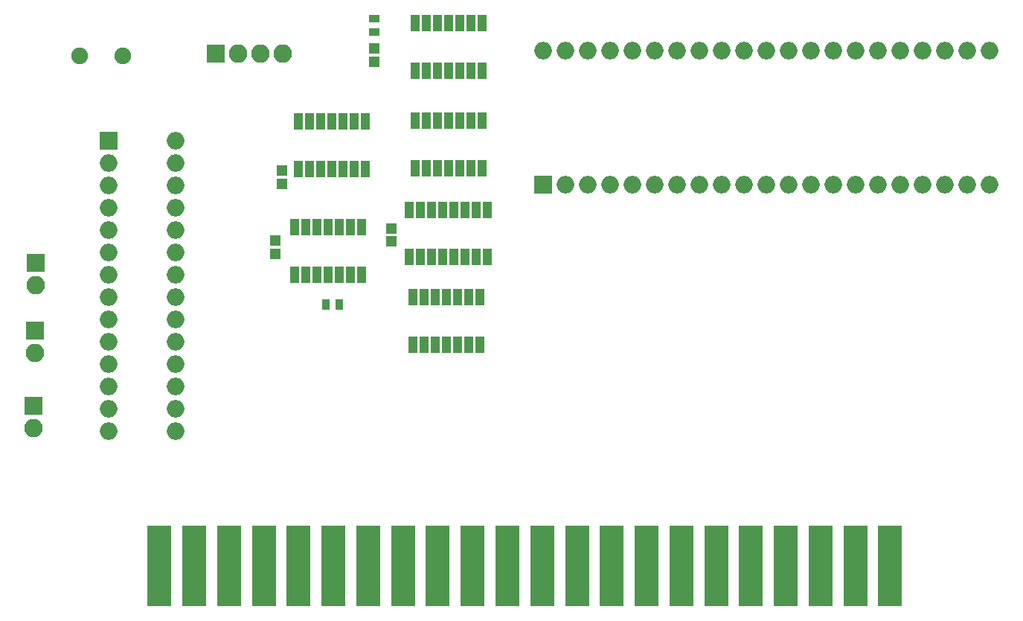
<source format=gbr>
G04 #@! TF.FileFunction,Soldermask,Bot*
%FSLAX46Y46*%
G04 Gerber Fmt 4.6, Leading zero omitted, Abs format (unit mm)*
G04 Created by KiCad (PCBNEW 4.0.7) date 07/14/18 23:08:36*
%MOMM*%
%LPD*%
G01*
G04 APERTURE LIST*
%ADD10C,0.100000*%
%ADD11R,2.000000X2.000000*%
%ADD12O,2.000000X2.000000*%
%ADD13R,1.150000X1.200000*%
%ADD14R,2.100000X2.100000*%
%ADD15O,2.100000X2.100000*%
%ADD16R,0.900000X1.300000*%
%ADD17R,1.300000X0.900000*%
%ADD18R,1.000000X1.900000*%
%ADD19C,1.900000*%
%ADD20R,2.800000X9.200000*%
G04 APERTURE END LIST*
D10*
D11*
X109080300Y-60985400D03*
D12*
X159880300Y-45745400D03*
X111620300Y-60985400D03*
X157340300Y-45745400D03*
X114160300Y-60985400D03*
X154800300Y-45745400D03*
X116700300Y-60985400D03*
X152260300Y-45745400D03*
X119240300Y-60985400D03*
X149720300Y-45745400D03*
X121780300Y-60985400D03*
X147180300Y-45745400D03*
X124320300Y-60985400D03*
X144640300Y-45745400D03*
X126860300Y-60985400D03*
X142100300Y-45745400D03*
X129400300Y-60985400D03*
X139560300Y-45745400D03*
X131940300Y-60985400D03*
X137020300Y-45745400D03*
X134480300Y-60985400D03*
X134480300Y-45745400D03*
X137020300Y-60985400D03*
X131940300Y-45745400D03*
X139560300Y-60985400D03*
X129400300Y-45745400D03*
X142100300Y-60985400D03*
X126860300Y-45745400D03*
X144640300Y-60985400D03*
X124320300Y-45745400D03*
X147180300Y-60985400D03*
X121780300Y-45745400D03*
X149720300Y-60985400D03*
X119240300Y-45745400D03*
X152260300Y-60985400D03*
X116700300Y-45745400D03*
X154800300Y-60985400D03*
X114160300Y-45745400D03*
X157340300Y-60985400D03*
X111620300Y-45745400D03*
X159880300Y-60985400D03*
X109080300Y-45745400D03*
D13*
X79298800Y-60846400D03*
X79298800Y-59346400D03*
X78567280Y-67311840D03*
X78567280Y-68811840D03*
X89789000Y-46978000D03*
X89789000Y-45478000D03*
D14*
X71755000Y-46062900D03*
D15*
X74295000Y-46062900D03*
X76835000Y-46062900D03*
X79375000Y-46062900D03*
D16*
X84327300Y-74599800D03*
X85827300Y-74599800D03*
D17*
X89789000Y-43599800D03*
X89789000Y-42099800D03*
D14*
X51054000Y-86067900D03*
D15*
X51054000Y-88607900D03*
D14*
X51181000Y-77558900D03*
D15*
X51181000Y-80098900D03*
D14*
X51308000Y-69811900D03*
D15*
X51308000Y-72351900D03*
D18*
X94513400Y-42603440D03*
X95783400Y-42603440D03*
X97053400Y-42603440D03*
X98323400Y-42603440D03*
X99593400Y-42603440D03*
X100863400Y-42603440D03*
X102133400Y-42603440D03*
X102133400Y-48003440D03*
X100863400Y-48003440D03*
X99593400Y-48003440D03*
X98323400Y-48003440D03*
X97053400Y-48003440D03*
X95783400Y-48003440D03*
X94513400Y-48003440D03*
X80772000Y-65765700D03*
X82042000Y-65765700D03*
X83312000Y-65765700D03*
X84582000Y-65765700D03*
X85852000Y-65765700D03*
X87122000Y-65765700D03*
X88392000Y-65765700D03*
X88392000Y-71165700D03*
X87122000Y-71165700D03*
X85852000Y-71165700D03*
X84582000Y-71165700D03*
X83312000Y-71165700D03*
X82042000Y-71165700D03*
X80772000Y-71165700D03*
X101879400Y-79171780D03*
X100609400Y-79171780D03*
X99339400Y-79171780D03*
X98069400Y-79171780D03*
X96799400Y-79171780D03*
X95529400Y-79171780D03*
X94259400Y-79171780D03*
X94259400Y-73771780D03*
X95529400Y-73771780D03*
X96799400Y-73771780D03*
X98069400Y-73771780D03*
X99339400Y-73771780D03*
X100609400Y-73771780D03*
X101879400Y-73771780D03*
D19*
X61188600Y-46329600D03*
X56308600Y-46329600D03*
D11*
X59570620Y-55918100D03*
D12*
X67190620Y-88938100D03*
X59570620Y-58458100D03*
X67190620Y-86398100D03*
X59570620Y-60998100D03*
X67190620Y-83858100D03*
X59570620Y-63538100D03*
X67190620Y-81318100D03*
X59570620Y-66078100D03*
X67190620Y-78778100D03*
X59570620Y-68618100D03*
X67190620Y-76238100D03*
X59570620Y-71158100D03*
X67190620Y-73698100D03*
X59570620Y-73698100D03*
X67190620Y-71158100D03*
X59570620Y-76238100D03*
X67190620Y-68618100D03*
X59570620Y-78778100D03*
X67190620Y-66078100D03*
X59570620Y-81318100D03*
X67190620Y-63538100D03*
X59570620Y-83858100D03*
X67190620Y-60998100D03*
X59570620Y-86398100D03*
X67190620Y-58458100D03*
X59570620Y-88938100D03*
X67190620Y-55918100D03*
D13*
X91754960Y-67414840D03*
X91754960Y-65914840D03*
D18*
X102682040Y-69197200D03*
X101412040Y-69197200D03*
X100142040Y-69197200D03*
X98872040Y-69197200D03*
X97602040Y-69197200D03*
X96332040Y-69197200D03*
X95062040Y-69197200D03*
X93792040Y-69197200D03*
X93792040Y-63797200D03*
X95062040Y-63797200D03*
X96332040Y-63797200D03*
X97602040Y-63797200D03*
X98872040Y-63797200D03*
X100142040Y-63797200D03*
X101412040Y-63797200D03*
X102682040Y-63797200D03*
X81168240Y-53789600D03*
X82438240Y-53789600D03*
X83708240Y-53789600D03*
X84978240Y-53789600D03*
X86248240Y-53789600D03*
X87518240Y-53789600D03*
X88788240Y-53789600D03*
X88788240Y-59189600D03*
X87518240Y-59189600D03*
X86248240Y-59189600D03*
X84978240Y-59189600D03*
X83708240Y-59189600D03*
X82438240Y-59189600D03*
X81168240Y-59189600D03*
X102108000Y-59049900D03*
X100838000Y-59049900D03*
X99568000Y-59049900D03*
X98298000Y-59049900D03*
X97028000Y-59049900D03*
X95758000Y-59049900D03*
X94488000Y-59049900D03*
X94488000Y-53649900D03*
X95758000Y-53649900D03*
X97028000Y-53649900D03*
X98298000Y-53649900D03*
X99568000Y-53649900D03*
X100838000Y-53649900D03*
X102108000Y-53649900D03*
D20*
X65373840Y-104284720D03*
X69333840Y-104284720D03*
X73293840Y-104284720D03*
X77253840Y-104284720D03*
X81213840Y-104284720D03*
X85173840Y-104284720D03*
X89133840Y-104284720D03*
X93093840Y-104284720D03*
X97053840Y-104284720D03*
X101013840Y-104284720D03*
X104973840Y-104284720D03*
X108933840Y-104284720D03*
X112893840Y-104284720D03*
X120813840Y-104284720D03*
X140613840Y-104284720D03*
X116853840Y-104284720D03*
X128733840Y-104284720D03*
X148533840Y-104284720D03*
X144573840Y-104284720D03*
X124773840Y-104284720D03*
X136653840Y-104284720D03*
X132693840Y-104284720D03*
M02*

</source>
